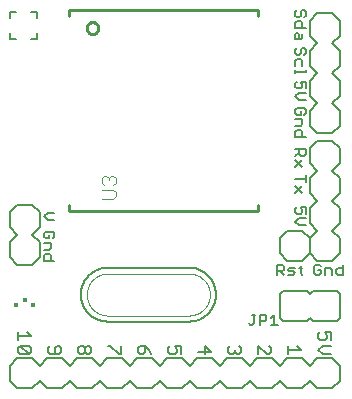
<source format=gto>
G75*
%MOIN*%
%OFA0B0*%
%FSLAX25Y25*%
%IPPOS*%
%LPD*%
%AMOC8*
5,1,8,0,0,1.08239X$1,22.5*
%
%ADD10C,0.00600*%
%ADD11C,0.00800*%
%ADD12C,0.00200*%
%ADD13R,0.01280X0.01673*%
%ADD14R,0.01378X0.01378*%
%ADD15C,0.01000*%
%ADD16C,0.00400*%
D10*
X0040395Y0072748D02*
X0040395Y0074450D01*
X0040962Y0075017D01*
X0042097Y0075017D01*
X0042664Y0074450D01*
X0042664Y0072748D01*
X0043798Y0072748D02*
X0040395Y0072748D01*
X0040395Y0076431D02*
X0042097Y0076431D01*
X0042664Y0076998D01*
X0042664Y0078700D01*
X0040395Y0078700D01*
X0040962Y0080114D02*
X0042097Y0080114D01*
X0042097Y0081249D01*
X0043231Y0082383D02*
X0040962Y0082383D01*
X0040395Y0081816D01*
X0040395Y0080682D01*
X0040962Y0080114D01*
X0043231Y0080114D02*
X0043798Y0080682D01*
X0043798Y0081816D01*
X0043231Y0082383D01*
X0043798Y0086364D02*
X0041529Y0086364D01*
X0040395Y0087499D01*
X0041529Y0088633D01*
X0043798Y0088633D01*
X0061595Y0070433D02*
X0088595Y0070433D01*
X0088814Y0070430D01*
X0089033Y0070422D01*
X0089252Y0070409D01*
X0089470Y0070390D01*
X0089688Y0070366D01*
X0089905Y0070337D01*
X0090122Y0070303D01*
X0090337Y0070263D01*
X0090552Y0070218D01*
X0090765Y0070167D01*
X0090977Y0070112D01*
X0091188Y0070051D01*
X0091397Y0069986D01*
X0091604Y0069915D01*
X0091810Y0069839D01*
X0092014Y0069758D01*
X0092216Y0069673D01*
X0092415Y0069582D01*
X0092612Y0069487D01*
X0092807Y0069386D01*
X0093000Y0069281D01*
X0093190Y0069172D01*
X0093377Y0069058D01*
X0093561Y0068939D01*
X0093742Y0068816D01*
X0093920Y0068688D01*
X0094096Y0068556D01*
X0094267Y0068420D01*
X0094436Y0068280D01*
X0094601Y0068136D01*
X0094762Y0067988D01*
X0094920Y0067836D01*
X0095074Y0067680D01*
X0095224Y0067520D01*
X0095371Y0067357D01*
X0095513Y0067190D01*
X0095651Y0067020D01*
X0095785Y0066846D01*
X0095915Y0066670D01*
X0096040Y0066490D01*
X0096161Y0066307D01*
X0096277Y0066121D01*
X0096389Y0065933D01*
X0096496Y0065742D01*
X0096599Y0065548D01*
X0096697Y0065352D01*
X0096790Y0065154D01*
X0096878Y0064953D01*
X0096961Y0064750D01*
X0097040Y0064545D01*
X0097113Y0064339D01*
X0097181Y0064131D01*
X0097244Y0063921D01*
X0097302Y0063709D01*
X0097355Y0063497D01*
X0097403Y0063283D01*
X0097445Y0063068D01*
X0097482Y0062852D01*
X0097514Y0062635D01*
X0097541Y0062417D01*
X0097562Y0062199D01*
X0097578Y0061981D01*
X0097589Y0061762D01*
X0097594Y0061543D01*
X0097594Y0061323D01*
X0097589Y0061104D01*
X0097578Y0060885D01*
X0097562Y0060667D01*
X0097541Y0060449D01*
X0097514Y0060231D01*
X0097482Y0060014D01*
X0097445Y0059798D01*
X0097403Y0059583D01*
X0097355Y0059369D01*
X0097302Y0059157D01*
X0097244Y0058945D01*
X0097181Y0058735D01*
X0097113Y0058527D01*
X0097040Y0058321D01*
X0096961Y0058116D01*
X0096878Y0057913D01*
X0096790Y0057712D01*
X0096697Y0057514D01*
X0096599Y0057318D01*
X0096496Y0057124D01*
X0096389Y0056933D01*
X0096277Y0056745D01*
X0096161Y0056559D01*
X0096040Y0056376D01*
X0095915Y0056196D01*
X0095785Y0056020D01*
X0095651Y0055846D01*
X0095513Y0055676D01*
X0095371Y0055509D01*
X0095224Y0055346D01*
X0095074Y0055186D01*
X0094920Y0055030D01*
X0094762Y0054878D01*
X0094601Y0054730D01*
X0094436Y0054586D01*
X0094267Y0054446D01*
X0094096Y0054310D01*
X0093920Y0054178D01*
X0093742Y0054050D01*
X0093561Y0053927D01*
X0093377Y0053808D01*
X0093190Y0053694D01*
X0093000Y0053585D01*
X0092807Y0053480D01*
X0092612Y0053379D01*
X0092415Y0053284D01*
X0092216Y0053193D01*
X0092014Y0053108D01*
X0091810Y0053027D01*
X0091604Y0052951D01*
X0091397Y0052880D01*
X0091188Y0052815D01*
X0090977Y0052754D01*
X0090765Y0052699D01*
X0090552Y0052648D01*
X0090337Y0052603D01*
X0090122Y0052563D01*
X0089905Y0052529D01*
X0089688Y0052500D01*
X0089470Y0052476D01*
X0089252Y0052457D01*
X0089033Y0052444D01*
X0088814Y0052436D01*
X0088595Y0052433D01*
X0061595Y0052433D01*
X0061376Y0052436D01*
X0061157Y0052444D01*
X0060938Y0052457D01*
X0060720Y0052476D01*
X0060502Y0052500D01*
X0060285Y0052529D01*
X0060068Y0052563D01*
X0059853Y0052603D01*
X0059638Y0052648D01*
X0059425Y0052699D01*
X0059213Y0052754D01*
X0059002Y0052815D01*
X0058793Y0052880D01*
X0058586Y0052951D01*
X0058380Y0053027D01*
X0058176Y0053108D01*
X0057974Y0053193D01*
X0057775Y0053284D01*
X0057578Y0053379D01*
X0057383Y0053480D01*
X0057190Y0053585D01*
X0057000Y0053694D01*
X0056813Y0053808D01*
X0056629Y0053927D01*
X0056448Y0054050D01*
X0056270Y0054178D01*
X0056094Y0054310D01*
X0055923Y0054446D01*
X0055754Y0054586D01*
X0055589Y0054730D01*
X0055428Y0054878D01*
X0055270Y0055030D01*
X0055116Y0055186D01*
X0054966Y0055346D01*
X0054819Y0055509D01*
X0054677Y0055676D01*
X0054539Y0055846D01*
X0054405Y0056020D01*
X0054275Y0056196D01*
X0054150Y0056376D01*
X0054029Y0056559D01*
X0053913Y0056745D01*
X0053801Y0056933D01*
X0053694Y0057124D01*
X0053591Y0057318D01*
X0053493Y0057514D01*
X0053400Y0057712D01*
X0053312Y0057913D01*
X0053229Y0058116D01*
X0053150Y0058321D01*
X0053077Y0058527D01*
X0053009Y0058735D01*
X0052946Y0058945D01*
X0052888Y0059157D01*
X0052835Y0059369D01*
X0052787Y0059583D01*
X0052745Y0059798D01*
X0052708Y0060014D01*
X0052676Y0060231D01*
X0052649Y0060449D01*
X0052628Y0060667D01*
X0052612Y0060885D01*
X0052601Y0061104D01*
X0052596Y0061323D01*
X0052596Y0061543D01*
X0052601Y0061762D01*
X0052612Y0061981D01*
X0052628Y0062199D01*
X0052649Y0062417D01*
X0052676Y0062635D01*
X0052708Y0062852D01*
X0052745Y0063068D01*
X0052787Y0063283D01*
X0052835Y0063497D01*
X0052888Y0063709D01*
X0052946Y0063921D01*
X0053009Y0064131D01*
X0053077Y0064339D01*
X0053150Y0064545D01*
X0053229Y0064750D01*
X0053312Y0064953D01*
X0053400Y0065154D01*
X0053493Y0065352D01*
X0053591Y0065548D01*
X0053694Y0065742D01*
X0053801Y0065933D01*
X0053913Y0066121D01*
X0054029Y0066307D01*
X0054150Y0066490D01*
X0054275Y0066670D01*
X0054405Y0066846D01*
X0054539Y0067020D01*
X0054677Y0067190D01*
X0054819Y0067357D01*
X0054966Y0067520D01*
X0055116Y0067680D01*
X0055270Y0067836D01*
X0055428Y0067988D01*
X0055589Y0068136D01*
X0055754Y0068280D01*
X0055923Y0068420D01*
X0056094Y0068556D01*
X0056270Y0068688D01*
X0056448Y0068816D01*
X0056629Y0068939D01*
X0056813Y0069058D01*
X0057000Y0069172D01*
X0057190Y0069281D01*
X0057383Y0069386D01*
X0057578Y0069487D01*
X0057775Y0069582D01*
X0057974Y0069673D01*
X0058176Y0069758D01*
X0058380Y0069839D01*
X0058586Y0069915D01*
X0058793Y0069986D01*
X0059002Y0070051D01*
X0059213Y0070112D01*
X0059425Y0070167D01*
X0059638Y0070218D01*
X0059853Y0070263D01*
X0060068Y0070303D01*
X0060285Y0070337D01*
X0060502Y0070366D01*
X0060720Y0070390D01*
X0060938Y0070409D01*
X0061157Y0070422D01*
X0061376Y0070430D01*
X0061595Y0070433D01*
X0108520Y0051925D02*
X0109087Y0051358D01*
X0109654Y0051358D01*
X0110222Y0051925D01*
X0110222Y0054761D01*
X0110789Y0054761D02*
X0109654Y0054761D01*
X0112203Y0054761D02*
X0113905Y0054761D01*
X0114472Y0054194D01*
X0114472Y0053060D01*
X0113905Y0052492D01*
X0112203Y0052492D01*
X0112203Y0051358D02*
X0112203Y0054761D01*
X0115886Y0053627D02*
X0117021Y0054761D01*
X0117021Y0051358D01*
X0118155Y0051358D02*
X0115886Y0051358D01*
X0118845Y0053683D02*
X0118845Y0061683D01*
X0119845Y0062683D01*
X0127845Y0062683D01*
X0128845Y0061683D01*
X0129845Y0062683D01*
X0137845Y0062683D01*
X0138845Y0061683D01*
X0138845Y0053683D01*
X0137845Y0052683D01*
X0129845Y0052683D01*
X0128845Y0053683D01*
X0127845Y0052683D01*
X0119845Y0052683D01*
X0118845Y0053683D01*
X0117895Y0067983D02*
X0117895Y0071386D01*
X0119597Y0071386D01*
X0120164Y0070819D01*
X0120164Y0069685D01*
X0119597Y0069117D01*
X0117895Y0069117D01*
X0119029Y0069117D02*
X0120164Y0067983D01*
X0121578Y0067983D02*
X0123280Y0067983D01*
X0123847Y0068550D01*
X0123280Y0069117D01*
X0122145Y0069117D01*
X0121578Y0069685D01*
X0122145Y0070252D01*
X0123847Y0070252D01*
X0125261Y0070252D02*
X0126396Y0070252D01*
X0125829Y0070819D02*
X0125829Y0068550D01*
X0126396Y0067983D01*
X0130395Y0068550D02*
X0130962Y0067983D01*
X0132097Y0067983D01*
X0132664Y0068550D01*
X0132664Y0069685D01*
X0131529Y0069685D01*
X0130395Y0070819D02*
X0130395Y0068550D01*
X0130395Y0070819D02*
X0130962Y0071386D01*
X0132097Y0071386D01*
X0132664Y0070819D01*
X0134078Y0070252D02*
X0134078Y0067983D01*
X0134078Y0070252D02*
X0135780Y0070252D01*
X0136347Y0069685D01*
X0136347Y0067983D01*
X0137761Y0068550D02*
X0137761Y0069685D01*
X0138329Y0070252D01*
X0140030Y0070252D01*
X0140030Y0071386D02*
X0140030Y0067983D01*
X0138329Y0067983D01*
X0137761Y0068550D01*
X0127548Y0084556D02*
X0125279Y0084556D01*
X0124145Y0085691D01*
X0125279Y0086825D01*
X0127548Y0086825D01*
X0127548Y0088239D02*
X0127548Y0090508D01*
X0125847Y0090508D01*
X0126414Y0089374D01*
X0126414Y0088807D01*
X0125847Y0088239D01*
X0124712Y0088239D01*
X0124145Y0088807D01*
X0124145Y0089941D01*
X0124712Y0090508D01*
X0124145Y0095181D02*
X0126414Y0097450D01*
X0127548Y0098864D02*
X0127548Y0101133D01*
X0127548Y0099999D02*
X0124145Y0099999D01*
X0124145Y0097450D02*
X0126414Y0095181D01*
X0126414Y0103931D02*
X0124145Y0106200D01*
X0124145Y0107614D02*
X0125279Y0108749D01*
X0125279Y0108182D02*
X0125279Y0109883D01*
X0124145Y0109883D02*
X0127548Y0109883D01*
X0127548Y0108182D01*
X0126981Y0107614D01*
X0125847Y0107614D01*
X0125279Y0108182D01*
X0126414Y0106200D02*
X0124145Y0103931D01*
X0124145Y0113998D02*
X0124145Y0115700D01*
X0124712Y0116267D01*
X0125847Y0116267D01*
X0126414Y0115700D01*
X0126414Y0113998D01*
X0127548Y0113998D02*
X0124145Y0113998D01*
X0124145Y0117681D02*
X0125847Y0117681D01*
X0126414Y0118248D01*
X0126414Y0119950D01*
X0124145Y0119950D01*
X0124712Y0121364D02*
X0125847Y0121364D01*
X0125847Y0122499D01*
X0126981Y0123633D02*
X0124712Y0123633D01*
X0124145Y0123066D01*
X0124145Y0121932D01*
X0124712Y0121364D01*
X0126981Y0121364D02*
X0127548Y0121932D01*
X0127548Y0123066D01*
X0126981Y0123633D01*
X0127548Y0126431D02*
X0125279Y0126431D01*
X0124145Y0127566D01*
X0125279Y0128700D01*
X0127548Y0128700D01*
X0127548Y0130114D02*
X0127548Y0132383D01*
X0125847Y0132383D01*
X0126414Y0131249D01*
X0126414Y0130682D01*
X0125847Y0130114D01*
X0124712Y0130114D01*
X0124145Y0130682D01*
X0124145Y0131816D01*
X0124712Y0132383D01*
X0124145Y0135132D02*
X0124145Y0136267D01*
X0124145Y0135700D02*
X0127548Y0135700D01*
X0127548Y0136267D01*
X0126414Y0137681D02*
X0126414Y0139383D01*
X0125847Y0139950D01*
X0124712Y0139950D01*
X0124145Y0139383D01*
X0124145Y0137681D01*
X0124712Y0141364D02*
X0124145Y0141932D01*
X0124145Y0143066D01*
X0124712Y0143633D01*
X0125847Y0143066D02*
X0125847Y0141932D01*
X0125279Y0141364D01*
X0124712Y0141364D01*
X0125847Y0143066D02*
X0126414Y0143633D01*
X0126981Y0143633D01*
X0127548Y0143066D01*
X0127548Y0141932D01*
X0126981Y0141364D01*
X0125847Y0146498D02*
X0124145Y0146498D01*
X0124145Y0148200D01*
X0124712Y0148767D01*
X0125279Y0148200D01*
X0125279Y0146498D01*
X0125847Y0146498D02*
X0126414Y0147065D01*
X0126414Y0148200D01*
X0126414Y0150181D02*
X0126414Y0151883D01*
X0125847Y0152450D01*
X0124712Y0152450D01*
X0124145Y0151883D01*
X0124145Y0150181D01*
X0127548Y0150181D01*
X0126981Y0153864D02*
X0127548Y0154432D01*
X0127548Y0155566D01*
X0126981Y0156133D01*
X0126414Y0156133D01*
X0125847Y0155566D01*
X0125847Y0154432D01*
X0125279Y0153864D01*
X0124712Y0153864D01*
X0124145Y0154432D01*
X0124145Y0155566D01*
X0124712Y0156133D01*
X0038099Y0155574D02*
X0038099Y0153574D01*
X0038099Y0155574D02*
X0036099Y0155574D01*
X0031099Y0155574D02*
X0029099Y0155574D01*
X0029099Y0153574D01*
X0029099Y0148574D02*
X0029099Y0146574D01*
X0031099Y0146574D01*
X0036099Y0146574D02*
X0038099Y0146574D01*
X0038099Y0148574D01*
D11*
X0028845Y0032683D02*
X0031345Y0030183D01*
X0036345Y0030183D01*
X0038845Y0032683D01*
X0041345Y0030183D01*
X0046345Y0030183D01*
X0048845Y0032683D01*
X0051345Y0030183D01*
X0056345Y0030183D01*
X0058845Y0032683D01*
X0061345Y0030183D01*
X0066345Y0030183D01*
X0068845Y0032683D01*
X0071345Y0030183D01*
X0076345Y0030183D01*
X0078845Y0032683D01*
X0081345Y0030183D01*
X0086345Y0030183D01*
X0088845Y0032683D01*
X0091345Y0030183D01*
X0096345Y0030183D01*
X0098845Y0032683D01*
X0101345Y0030183D01*
X0106345Y0030183D01*
X0108845Y0032683D01*
X0111345Y0030183D01*
X0116345Y0030183D01*
X0118845Y0032683D01*
X0121345Y0030183D01*
X0126345Y0030183D01*
X0128845Y0032683D01*
X0131345Y0030183D01*
X0136345Y0030183D01*
X0138845Y0032683D01*
X0138845Y0037683D01*
X0136345Y0040183D01*
X0131345Y0040183D01*
X0128845Y0037683D01*
X0126345Y0040183D01*
X0121345Y0040183D01*
X0118845Y0037683D01*
X0116345Y0040183D01*
X0111345Y0040183D01*
X0108845Y0037683D01*
X0106345Y0040183D01*
X0101345Y0040183D01*
X0098845Y0037683D01*
X0096345Y0040183D01*
X0091345Y0040183D01*
X0088845Y0037683D01*
X0086345Y0040183D01*
X0081345Y0040183D01*
X0078845Y0037683D01*
X0076345Y0040183D01*
X0071345Y0040183D01*
X0068845Y0037683D01*
X0066345Y0040183D01*
X0061345Y0040183D01*
X0058845Y0037683D01*
X0056345Y0040183D01*
X0051345Y0040183D01*
X0048845Y0037683D01*
X0046345Y0040183D01*
X0041345Y0040183D01*
X0038845Y0037683D01*
X0036345Y0040183D01*
X0031345Y0040183D01*
X0028845Y0037683D01*
X0028845Y0032683D01*
X0032446Y0041585D02*
X0031745Y0042285D01*
X0031745Y0043686D01*
X0032446Y0044387D01*
X0035248Y0041585D01*
X0032446Y0041585D01*
X0032446Y0044387D02*
X0035248Y0044387D01*
X0035949Y0043686D01*
X0035949Y0042285D01*
X0035248Y0041585D01*
X0031745Y0046189D02*
X0031745Y0048991D01*
X0031745Y0047590D02*
X0035949Y0047590D01*
X0034548Y0048991D01*
X0041745Y0043686D02*
X0041745Y0042285D01*
X0042446Y0041585D01*
X0045248Y0041585D01*
X0045949Y0042285D01*
X0045949Y0043686D01*
X0045248Y0044387D01*
X0044548Y0044387D01*
X0043847Y0043686D01*
X0043847Y0041585D01*
X0041745Y0043686D02*
X0042446Y0044387D01*
X0051745Y0043686D02*
X0051745Y0042285D01*
X0052446Y0041585D01*
X0053146Y0041585D01*
X0053847Y0042285D01*
X0053847Y0043686D01*
X0054548Y0044387D01*
X0055248Y0044387D01*
X0055949Y0043686D01*
X0055949Y0042285D01*
X0055248Y0041585D01*
X0054548Y0041585D01*
X0053847Y0042285D01*
X0053847Y0043686D02*
X0053146Y0044387D01*
X0052446Y0044387D01*
X0051745Y0043686D01*
X0061745Y0044387D02*
X0062446Y0044387D01*
X0065248Y0041585D01*
X0065949Y0041585D01*
X0065949Y0044387D01*
X0071745Y0043686D02*
X0071745Y0042285D01*
X0072446Y0041585D01*
X0073146Y0041585D01*
X0073847Y0042285D01*
X0073847Y0044387D01*
X0072446Y0044387D01*
X0071745Y0043686D01*
X0073847Y0044387D02*
X0075248Y0042986D01*
X0075949Y0041585D01*
X0081745Y0042285D02*
X0081745Y0043686D01*
X0082446Y0044387D01*
X0083847Y0044387D02*
X0084548Y0042986D01*
X0084548Y0042285D01*
X0083847Y0041585D01*
X0082446Y0041585D01*
X0081745Y0042285D01*
X0083847Y0044387D02*
X0085949Y0044387D01*
X0085949Y0041585D01*
X0091745Y0042285D02*
X0095949Y0042285D01*
X0093847Y0044387D01*
X0093847Y0041585D01*
X0101745Y0042285D02*
X0101745Y0043686D01*
X0102446Y0044387D01*
X0103847Y0042986D02*
X0103847Y0042285D01*
X0103146Y0041585D01*
X0102446Y0041585D01*
X0101745Y0042285D01*
X0103847Y0042285D02*
X0104548Y0041585D01*
X0105248Y0041585D01*
X0105949Y0042285D01*
X0105949Y0043686D01*
X0105248Y0044387D01*
X0111745Y0044387D02*
X0111745Y0041585D01*
X0111745Y0044387D02*
X0114548Y0041585D01*
X0115248Y0041585D01*
X0115949Y0042285D01*
X0115949Y0043686D01*
X0115248Y0044387D01*
X0121745Y0044387D02*
X0121745Y0041585D01*
X0121745Y0042986D02*
X0125949Y0042986D01*
X0124548Y0044387D01*
X0131745Y0042986D02*
X0133146Y0041585D01*
X0135949Y0041585D01*
X0135949Y0044387D02*
X0133146Y0044387D01*
X0131745Y0042986D01*
X0132446Y0046189D02*
X0131745Y0046889D01*
X0131745Y0048290D01*
X0132446Y0048991D01*
X0133847Y0048991D02*
X0134548Y0047590D01*
X0134548Y0046889D01*
X0133847Y0046189D01*
X0132446Y0046189D01*
X0133847Y0048991D02*
X0135949Y0048991D01*
X0135949Y0046189D01*
X0136345Y0072683D02*
X0131345Y0072683D01*
X0128845Y0075183D01*
X0128845Y0080183D01*
X0126345Y0082683D01*
X0121345Y0082683D01*
X0118845Y0080183D01*
X0118845Y0075183D01*
X0121345Y0072683D01*
X0126345Y0072683D01*
X0128845Y0075183D01*
X0128845Y0080183D01*
X0131345Y0082683D01*
X0128845Y0085183D01*
X0128845Y0090183D01*
X0131345Y0092683D01*
X0128845Y0095183D01*
X0128845Y0100183D01*
X0131345Y0102683D01*
X0128845Y0105183D01*
X0128845Y0110183D01*
X0131345Y0112683D01*
X0136345Y0112683D01*
X0138845Y0110183D01*
X0138845Y0105183D01*
X0136345Y0102683D01*
X0138845Y0100183D01*
X0138845Y0095183D01*
X0136345Y0092683D01*
X0138845Y0090183D01*
X0138845Y0085183D01*
X0136345Y0082683D01*
X0138845Y0080183D01*
X0138845Y0075183D01*
X0136345Y0072683D01*
X0136345Y0115183D02*
X0131345Y0115183D01*
X0128845Y0117683D01*
X0128845Y0122683D01*
X0131345Y0125183D01*
X0128845Y0127683D01*
X0128845Y0132683D01*
X0131345Y0135183D01*
X0128845Y0137683D01*
X0128845Y0142683D01*
X0131345Y0145183D01*
X0128845Y0147683D01*
X0128845Y0152683D01*
X0131345Y0155183D01*
X0136345Y0155183D01*
X0138845Y0152683D01*
X0138845Y0147683D01*
X0136345Y0145183D01*
X0138845Y0142683D01*
X0138845Y0137683D01*
X0136345Y0135183D01*
X0138845Y0132683D01*
X0138845Y0127683D01*
X0136345Y0125183D01*
X0138845Y0122683D01*
X0138845Y0117683D01*
X0136345Y0115183D01*
X0038845Y0088933D02*
X0038845Y0083933D01*
X0036345Y0081433D01*
X0038845Y0078933D01*
X0038845Y0073933D01*
X0036345Y0071433D01*
X0031345Y0071433D01*
X0028845Y0073933D01*
X0028845Y0078933D01*
X0031345Y0081433D01*
X0028845Y0083933D01*
X0028845Y0088933D01*
X0031345Y0091433D01*
X0036345Y0091433D01*
X0038845Y0088933D01*
D12*
X0061595Y0068433D02*
X0088595Y0068433D01*
X0088765Y0068431D01*
X0088936Y0068425D01*
X0089106Y0068414D01*
X0089276Y0068400D01*
X0089445Y0068381D01*
X0089614Y0068358D01*
X0089783Y0068332D01*
X0089950Y0068301D01*
X0090117Y0068266D01*
X0090283Y0068226D01*
X0090448Y0068183D01*
X0090612Y0068136D01*
X0090774Y0068085D01*
X0090936Y0068030D01*
X0091096Y0067971D01*
X0091254Y0067908D01*
X0091411Y0067842D01*
X0091566Y0067771D01*
X0091720Y0067697D01*
X0091871Y0067619D01*
X0092021Y0067537D01*
X0092169Y0067452D01*
X0092314Y0067363D01*
X0092457Y0067271D01*
X0092598Y0067175D01*
X0092737Y0067076D01*
X0092873Y0066973D01*
X0093007Y0066868D01*
X0093138Y0066759D01*
X0093266Y0066646D01*
X0093392Y0066531D01*
X0093515Y0066413D01*
X0093634Y0066292D01*
X0093751Y0066167D01*
X0093865Y0066040D01*
X0093976Y0065911D01*
X0094083Y0065778D01*
X0094187Y0065643D01*
X0094288Y0065506D01*
X0094386Y0065366D01*
X0094480Y0065224D01*
X0094570Y0065080D01*
X0094657Y0064933D01*
X0094741Y0064784D01*
X0094820Y0064634D01*
X0094896Y0064481D01*
X0094969Y0064327D01*
X0095037Y0064171D01*
X0095102Y0064013D01*
X0095163Y0063854D01*
X0095220Y0063693D01*
X0095273Y0063531D01*
X0095322Y0063368D01*
X0095367Y0063204D01*
X0095408Y0063038D01*
X0095446Y0062872D01*
X0095479Y0062704D01*
X0095507Y0062536D01*
X0095532Y0062368D01*
X0095553Y0062199D01*
X0095570Y0062029D01*
X0095582Y0061859D01*
X0095590Y0061689D01*
X0095594Y0061518D01*
X0095594Y0061348D01*
X0095590Y0061177D01*
X0095582Y0061007D01*
X0095570Y0060837D01*
X0095553Y0060667D01*
X0095532Y0060498D01*
X0095507Y0060330D01*
X0095479Y0060162D01*
X0095446Y0059994D01*
X0095408Y0059828D01*
X0095367Y0059662D01*
X0095322Y0059498D01*
X0095273Y0059335D01*
X0095220Y0059173D01*
X0095163Y0059012D01*
X0095102Y0058853D01*
X0095037Y0058695D01*
X0094969Y0058539D01*
X0094896Y0058385D01*
X0094820Y0058232D01*
X0094741Y0058082D01*
X0094657Y0057933D01*
X0094570Y0057786D01*
X0094480Y0057642D01*
X0094386Y0057500D01*
X0094288Y0057360D01*
X0094187Y0057223D01*
X0094083Y0057088D01*
X0093976Y0056955D01*
X0093865Y0056826D01*
X0093751Y0056699D01*
X0093634Y0056574D01*
X0093515Y0056453D01*
X0093392Y0056335D01*
X0093266Y0056220D01*
X0093138Y0056107D01*
X0093007Y0055998D01*
X0092873Y0055893D01*
X0092737Y0055790D01*
X0092598Y0055691D01*
X0092457Y0055595D01*
X0092314Y0055503D01*
X0092169Y0055414D01*
X0092021Y0055329D01*
X0091871Y0055247D01*
X0091720Y0055169D01*
X0091566Y0055095D01*
X0091411Y0055024D01*
X0091254Y0054958D01*
X0091096Y0054895D01*
X0090936Y0054836D01*
X0090774Y0054781D01*
X0090612Y0054730D01*
X0090448Y0054683D01*
X0090283Y0054640D01*
X0090117Y0054600D01*
X0089950Y0054565D01*
X0089783Y0054534D01*
X0089614Y0054508D01*
X0089445Y0054485D01*
X0089276Y0054466D01*
X0089106Y0054452D01*
X0088936Y0054441D01*
X0088765Y0054435D01*
X0088595Y0054433D01*
X0061595Y0054433D01*
X0061425Y0054435D01*
X0061254Y0054441D01*
X0061084Y0054452D01*
X0060914Y0054466D01*
X0060745Y0054485D01*
X0060576Y0054508D01*
X0060407Y0054534D01*
X0060240Y0054565D01*
X0060073Y0054600D01*
X0059907Y0054640D01*
X0059742Y0054683D01*
X0059578Y0054730D01*
X0059416Y0054781D01*
X0059254Y0054836D01*
X0059094Y0054895D01*
X0058936Y0054958D01*
X0058779Y0055024D01*
X0058624Y0055095D01*
X0058470Y0055169D01*
X0058319Y0055247D01*
X0058169Y0055329D01*
X0058021Y0055414D01*
X0057876Y0055503D01*
X0057733Y0055595D01*
X0057592Y0055691D01*
X0057453Y0055790D01*
X0057317Y0055893D01*
X0057183Y0055998D01*
X0057052Y0056107D01*
X0056924Y0056220D01*
X0056798Y0056335D01*
X0056675Y0056453D01*
X0056556Y0056574D01*
X0056439Y0056699D01*
X0056325Y0056826D01*
X0056214Y0056955D01*
X0056107Y0057088D01*
X0056003Y0057223D01*
X0055902Y0057360D01*
X0055804Y0057500D01*
X0055710Y0057642D01*
X0055620Y0057786D01*
X0055533Y0057933D01*
X0055449Y0058082D01*
X0055370Y0058232D01*
X0055294Y0058385D01*
X0055221Y0058539D01*
X0055153Y0058695D01*
X0055088Y0058853D01*
X0055027Y0059012D01*
X0054970Y0059173D01*
X0054917Y0059335D01*
X0054868Y0059498D01*
X0054823Y0059662D01*
X0054782Y0059828D01*
X0054744Y0059994D01*
X0054711Y0060162D01*
X0054683Y0060330D01*
X0054658Y0060498D01*
X0054637Y0060667D01*
X0054620Y0060837D01*
X0054608Y0061007D01*
X0054600Y0061177D01*
X0054596Y0061348D01*
X0054596Y0061518D01*
X0054600Y0061689D01*
X0054608Y0061859D01*
X0054620Y0062029D01*
X0054637Y0062199D01*
X0054658Y0062368D01*
X0054683Y0062536D01*
X0054711Y0062704D01*
X0054744Y0062872D01*
X0054782Y0063038D01*
X0054823Y0063204D01*
X0054868Y0063368D01*
X0054917Y0063531D01*
X0054970Y0063693D01*
X0055027Y0063854D01*
X0055088Y0064013D01*
X0055153Y0064171D01*
X0055221Y0064327D01*
X0055294Y0064481D01*
X0055370Y0064634D01*
X0055449Y0064784D01*
X0055533Y0064933D01*
X0055620Y0065080D01*
X0055710Y0065224D01*
X0055804Y0065366D01*
X0055902Y0065506D01*
X0056003Y0065643D01*
X0056107Y0065778D01*
X0056214Y0065911D01*
X0056325Y0066040D01*
X0056439Y0066167D01*
X0056556Y0066292D01*
X0056675Y0066413D01*
X0056798Y0066531D01*
X0056924Y0066646D01*
X0057052Y0066759D01*
X0057183Y0066868D01*
X0057317Y0066973D01*
X0057453Y0067076D01*
X0057592Y0067175D01*
X0057733Y0067271D01*
X0057876Y0067363D01*
X0058021Y0067452D01*
X0058169Y0067537D01*
X0058319Y0067619D01*
X0058470Y0067697D01*
X0058624Y0067771D01*
X0058779Y0067842D01*
X0058936Y0067908D01*
X0059094Y0067971D01*
X0059254Y0068030D01*
X0059416Y0068085D01*
X0059578Y0068136D01*
X0059742Y0068183D01*
X0059907Y0068226D01*
X0060073Y0068266D01*
X0060240Y0068301D01*
X0060407Y0068332D01*
X0060576Y0068358D01*
X0060745Y0068381D01*
X0060914Y0068400D01*
X0061084Y0068414D01*
X0061254Y0068425D01*
X0061425Y0068431D01*
X0061595Y0068433D01*
D13*
X0036552Y0057969D03*
X0031138Y0057969D03*
D14*
X0033845Y0059494D03*
D15*
X0048599Y0089219D02*
X0048599Y0091187D01*
X0048599Y0089219D02*
X0111591Y0089219D01*
X0111591Y0091187D01*
X0111591Y0154179D02*
X0111591Y0156148D01*
X0048599Y0156148D01*
X0048599Y0154179D01*
X0054504Y0150242D02*
X0054506Y0150330D01*
X0054512Y0150418D01*
X0054522Y0150506D01*
X0054536Y0150594D01*
X0054553Y0150680D01*
X0054575Y0150766D01*
X0054600Y0150850D01*
X0054630Y0150934D01*
X0054662Y0151016D01*
X0054699Y0151096D01*
X0054739Y0151175D01*
X0054783Y0151252D01*
X0054830Y0151327D01*
X0054880Y0151399D01*
X0054934Y0151470D01*
X0054990Y0151537D01*
X0055050Y0151603D01*
X0055112Y0151665D01*
X0055178Y0151725D01*
X0055245Y0151781D01*
X0055316Y0151835D01*
X0055388Y0151885D01*
X0055463Y0151932D01*
X0055540Y0151976D01*
X0055619Y0152016D01*
X0055699Y0152053D01*
X0055781Y0152085D01*
X0055865Y0152115D01*
X0055949Y0152140D01*
X0056035Y0152162D01*
X0056121Y0152179D01*
X0056209Y0152193D01*
X0056297Y0152203D01*
X0056385Y0152209D01*
X0056473Y0152211D01*
X0056561Y0152209D01*
X0056649Y0152203D01*
X0056737Y0152193D01*
X0056825Y0152179D01*
X0056911Y0152162D01*
X0056997Y0152140D01*
X0057081Y0152115D01*
X0057165Y0152085D01*
X0057247Y0152053D01*
X0057327Y0152016D01*
X0057406Y0151976D01*
X0057483Y0151932D01*
X0057558Y0151885D01*
X0057630Y0151835D01*
X0057701Y0151781D01*
X0057768Y0151725D01*
X0057834Y0151665D01*
X0057896Y0151603D01*
X0057956Y0151537D01*
X0058012Y0151470D01*
X0058066Y0151399D01*
X0058116Y0151327D01*
X0058163Y0151252D01*
X0058207Y0151175D01*
X0058247Y0151096D01*
X0058284Y0151016D01*
X0058316Y0150934D01*
X0058346Y0150850D01*
X0058371Y0150766D01*
X0058393Y0150680D01*
X0058410Y0150594D01*
X0058424Y0150506D01*
X0058434Y0150418D01*
X0058440Y0150330D01*
X0058442Y0150242D01*
X0058440Y0150154D01*
X0058434Y0150066D01*
X0058424Y0149978D01*
X0058410Y0149890D01*
X0058393Y0149804D01*
X0058371Y0149718D01*
X0058346Y0149634D01*
X0058316Y0149550D01*
X0058284Y0149468D01*
X0058247Y0149388D01*
X0058207Y0149309D01*
X0058163Y0149232D01*
X0058116Y0149157D01*
X0058066Y0149085D01*
X0058012Y0149014D01*
X0057956Y0148947D01*
X0057896Y0148881D01*
X0057834Y0148819D01*
X0057768Y0148759D01*
X0057701Y0148703D01*
X0057630Y0148649D01*
X0057558Y0148599D01*
X0057483Y0148552D01*
X0057406Y0148508D01*
X0057327Y0148468D01*
X0057247Y0148431D01*
X0057165Y0148399D01*
X0057081Y0148369D01*
X0056997Y0148344D01*
X0056911Y0148322D01*
X0056825Y0148305D01*
X0056737Y0148291D01*
X0056649Y0148281D01*
X0056561Y0148275D01*
X0056473Y0148273D01*
X0056385Y0148275D01*
X0056297Y0148281D01*
X0056209Y0148291D01*
X0056121Y0148305D01*
X0056035Y0148322D01*
X0055949Y0148344D01*
X0055865Y0148369D01*
X0055781Y0148399D01*
X0055699Y0148431D01*
X0055619Y0148468D01*
X0055540Y0148508D01*
X0055463Y0148552D01*
X0055388Y0148599D01*
X0055316Y0148649D01*
X0055245Y0148703D01*
X0055178Y0148759D01*
X0055112Y0148819D01*
X0055050Y0148881D01*
X0054990Y0148947D01*
X0054934Y0149014D01*
X0054880Y0149085D01*
X0054830Y0149157D01*
X0054783Y0149232D01*
X0054739Y0149309D01*
X0054699Y0149388D01*
X0054662Y0149468D01*
X0054630Y0149550D01*
X0054600Y0149634D01*
X0054575Y0149718D01*
X0054553Y0149804D01*
X0054536Y0149890D01*
X0054522Y0149978D01*
X0054512Y0150066D01*
X0054506Y0150154D01*
X0054504Y0150242D01*
D16*
X0060311Y0101029D02*
X0061078Y0101029D01*
X0061845Y0100261D01*
X0062612Y0101029D01*
X0063380Y0101029D01*
X0064147Y0100261D01*
X0064147Y0098727D01*
X0063380Y0097959D01*
X0063380Y0096425D02*
X0059543Y0096425D01*
X0060311Y0097959D02*
X0059543Y0098727D01*
X0059543Y0100261D01*
X0060311Y0101029D01*
X0061845Y0100261D02*
X0061845Y0099494D01*
X0063380Y0096425D02*
X0064147Y0095657D01*
X0064147Y0094123D01*
X0063380Y0093356D01*
X0059543Y0093356D01*
M02*

</source>
